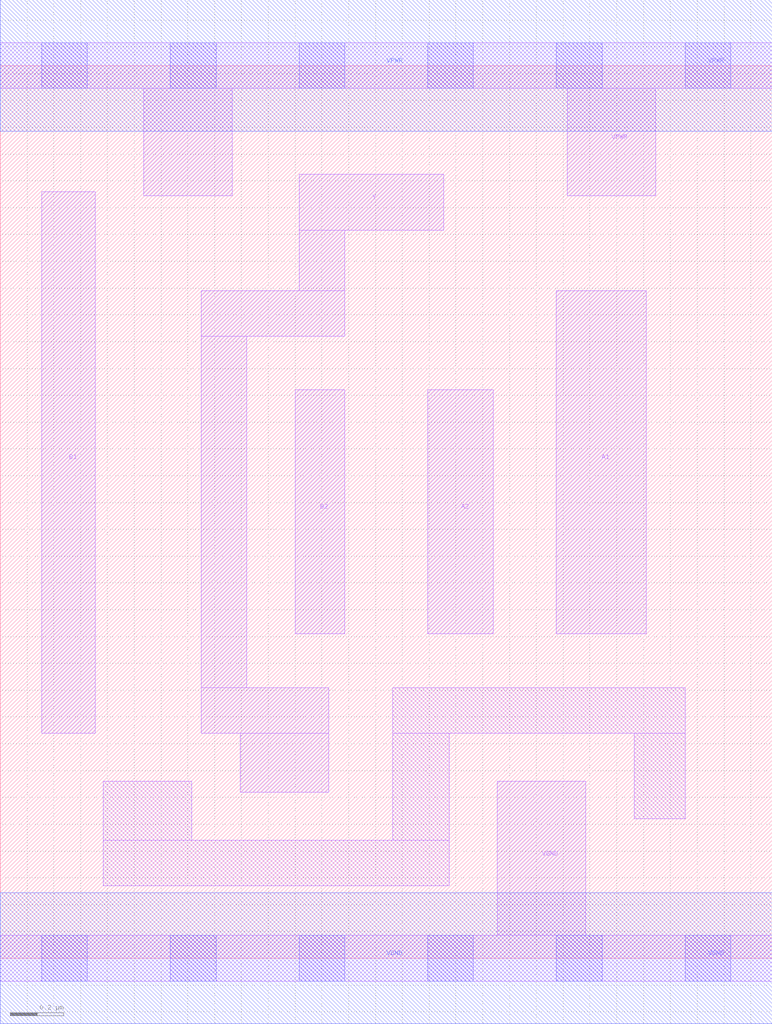
<source format=lef>
# Copyright 2020 The SkyWater PDK Authors
#
# Licensed under the Apache License, Version 2.0 (the "License");
# you may not use this file except in compliance with the License.
# You may obtain a copy of the License at
#
#     https://www.apache.org/licenses/LICENSE-2.0
#
# Unless required by applicable law or agreed to in writing, software
# distributed under the License is distributed on an "AS IS" BASIS,
# WITHOUT WARRANTIES OR CONDITIONS OF ANY KIND, either express or implied.
# See the License for the specific language governing permissions and
# limitations under the License.
#
# SPDX-License-Identifier: Apache-2.0

VERSION 5.7 ;
  NAMESCASESENSITIVE ON ;
  NOWIREEXTENSIONATPIN ON ;
  DIVIDERCHAR "/" ;
  BUSBITCHARS "[]" ;
UNITS
  DATABASE MICRONS 200 ;
END UNITS
MACRO sky130_fd_sc_lp__o22ai_m
  CLASS CORE ;
  SOURCE USER ;
  FOREIGN sky130_fd_sc_lp__o22ai_m ;
  ORIGIN  0.000000  0.000000 ;
  SIZE  2.880000 BY  3.330000 ;
  SYMMETRY X Y R90 ;
  SITE unit ;
  PIN A1
    ANTENNAGATEAREA  0.126000 ;
    DIRECTION INPUT ;
    USE SIGNAL ;
    PORT
      LAYER li1 ;
        RECT 2.075000 1.210000 2.410000 2.490000 ;
    END
  END A1
  PIN A2
    ANTENNAGATEAREA  0.126000 ;
    DIRECTION INPUT ;
    USE SIGNAL ;
    PORT
      LAYER li1 ;
        RECT 1.595000 1.210000 1.840000 2.120000 ;
    END
  END A2
  PIN B1
    ANTENNAGATEAREA  0.126000 ;
    DIRECTION INPUT ;
    USE SIGNAL ;
    PORT
      LAYER li1 ;
        RECT 0.155000 0.840000 0.355000 2.860000 ;
    END
  END B1
  PIN B2
    ANTENNAGATEAREA  0.126000 ;
    DIRECTION INPUT ;
    USE SIGNAL ;
    PORT
      LAYER li1 ;
        RECT 1.100000 1.210000 1.285000 2.120000 ;
    END
  END B2
  PIN Y
    ANTENNADIFFAREA  0.235200 ;
    DIRECTION OUTPUT ;
    USE SIGNAL ;
    PORT
      LAYER li1 ;
        RECT 0.750000 0.840000 1.225000 1.010000 ;
        RECT 0.750000 1.010000 0.920000 2.320000 ;
        RECT 0.750000 2.320000 1.285000 2.490000 ;
        RECT 0.895000 0.620000 1.225000 0.840000 ;
        RECT 1.115000 2.490000 1.285000 2.715000 ;
        RECT 1.115000 2.715000 1.655000 2.925000 ;
    END
  END Y
  PIN VGND
    DIRECTION INOUT ;
    USE GROUND ;
    PORT
      LAYER li1 ;
        RECT 0.000000 -0.085000 2.880000 0.085000 ;
        RECT 1.855000  0.085000 2.185000 0.660000 ;
      LAYER mcon ;
        RECT 0.155000 -0.085000 0.325000 0.085000 ;
        RECT 0.635000 -0.085000 0.805000 0.085000 ;
        RECT 1.115000 -0.085000 1.285000 0.085000 ;
        RECT 1.595000 -0.085000 1.765000 0.085000 ;
        RECT 2.075000 -0.085000 2.245000 0.085000 ;
        RECT 2.555000 -0.085000 2.725000 0.085000 ;
      LAYER met1 ;
        RECT 0.000000 -0.245000 2.880000 0.245000 ;
    END
  END VGND
  PIN VPWR
    DIRECTION INOUT ;
    USE POWER ;
    PORT
      LAYER li1 ;
        RECT 0.000000 3.245000 2.880000 3.415000 ;
        RECT 0.535000 2.845000 0.865000 3.245000 ;
        RECT 2.115000 2.845000 2.445000 3.245000 ;
      LAYER mcon ;
        RECT 0.155000 3.245000 0.325000 3.415000 ;
        RECT 0.635000 3.245000 0.805000 3.415000 ;
        RECT 1.115000 3.245000 1.285000 3.415000 ;
        RECT 1.595000 3.245000 1.765000 3.415000 ;
        RECT 2.075000 3.245000 2.245000 3.415000 ;
        RECT 2.555000 3.245000 2.725000 3.415000 ;
      LAYER met1 ;
        RECT 0.000000 3.085000 2.880000 3.575000 ;
    END
  END VPWR
  OBS
    LAYER li1 ;
      RECT 0.385000 0.270000 1.675000 0.440000 ;
      RECT 0.385000 0.440000 0.715000 0.660000 ;
      RECT 1.465000 0.440000 1.675000 0.840000 ;
      RECT 1.465000 0.840000 2.555000 1.010000 ;
      RECT 2.365000 0.520000 2.555000 0.840000 ;
  END
END sky130_fd_sc_lp__o22ai_m

</source>
